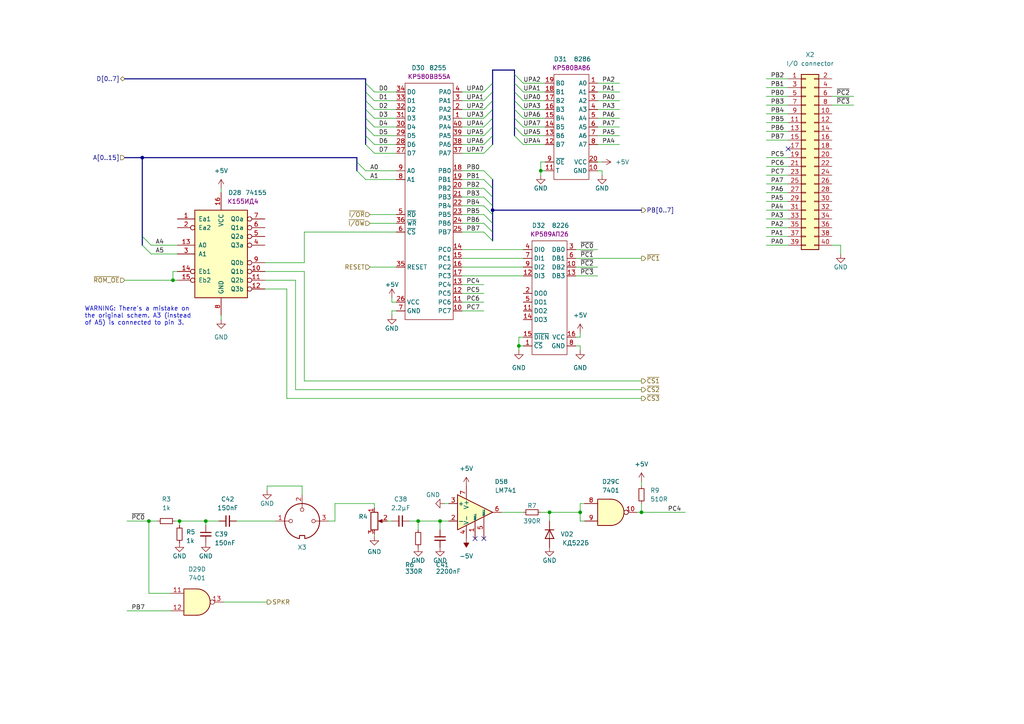
<source format=kicad_sch>
(kicad_sch (version 20211123) (generator eeschema)
  (paper "A4")
  (lib_symbols
    (symbol "74xx:74LS01" (pin_names (offset 1.016))
      (property "Reference" "U" (at 0 1.27 0))
      (property "Value" "74LS01" (at 0 -1.27 0))
      (symbol "74LS01_1_1"
        (arc (start 0 -3.81) (mid 3.81 0) (end 0 3.81) (stroke (width 0.254)) (fill (type background)))
        (polyline (pts (xy 0 3.81) (xy -3.81 3.81) (xy -3.81 -3.81) (xy 0 -3.81)) (stroke (width 0.254)) (fill (type background)))
        (pin open_collector inverted (at 7.62 0 180) (length 3.81) (name "~") (number "1"))
        (pin input line (at -7.62 2.54 0) (length 3.81) (name "~") (number "2"))
        (pin input line (at -7.62 -2.54 0) (length 3.81) (name "~") (number "3"))
      )
      (symbol "74LS01_1_2"
        (arc (start -3.81 -3.81) (mid -2.589 0) (end -3.81 3.81) (stroke (width 0.254)))
        (arc (start -0.6096 -3.81) (mid 2.1842 -2.5851) (end 3.81 0) (stroke (width 0.254)) (fill (type background)))
        (polyline (pts (xy -3.81 -3.81) (xy -0.635 -3.81)) (stroke (width 0.254)) (fill (type background)))
        (polyline (pts (xy -3.81 3.81) (xy -0.635 3.81)) (stroke (width 0.254)) (fill (type background)))
        (polyline (pts (xy -0.635 3.81) (xy -3.81 3.81) (xy -3.81 3.81) (xy -3.556 3.4036) (xy -3.0226 2.2606) (xy -2.6924 1.0414) (xy -2.6162 -0.254) (xy -2.7686 -1.4986) (xy -3.175 -2.7178) (xy -3.81 -3.81) (xy -3.81 -3.81) (xy -0.635 -3.81)) (stroke (width -25.4)) (fill (type background)))
        (arc (start 3.81 0) (mid 2.1915 2.5936) (end -0.6096 3.81) (stroke (width 0.254)) (fill (type background)))
        (pin open_collector line (at 7.62 0 180) (length 3.81) (name "~") (number "1"))
        (pin input inverted (at -7.62 2.54 0) (length 4.318) (name "~") (number "2"))
        (pin input inverted (at -7.62 -2.54 0) (length 4.318) (name "~") (number "3"))
      )
      (symbol "74LS01_2_1"
        (arc (start 0 -3.81) (mid 3.81 0) (end 0 3.81) (stroke (width 0.254)) (fill (type background)))
        (polyline (pts (xy 0 3.81) (xy -3.81 3.81) (xy -3.81 -3.81) (xy 0 -3.81)) (stroke (width 0.254)) (fill (type background)))
        (pin open_collector inverted (at 7.62 0 180) (length 3.81) (name "~") (number "4"))
        (pin input line (at -7.62 2.54 0) (length 3.81) (name "~") (number "5"))
        (pin input line (at -7.62 -2.54 0) (length 3.81) (name "~") (number "6"))
      )
      (symbol "74LS01_2_2"
        (arc (start -3.81 -3.81) (mid -2.589 0) (end -3.81 3.81) (stroke (width 0.254)))
        (arc (start -0.6096 -3.81) (mid 2.1842 -2.5851) (end 3.81 0) (stroke (width 0.254)) (fill (type background)))
        (polyline (pts (xy -3.81 -3.81) (xy -0.635 -3.81)) (stroke (width 0.254)) (fill (type background)))
        (polyline (pts (xy -3.81 3.81) (xy -0.635 3.81)) (stroke (width 0.254)) (fill (type background)))
        (polyline (pts (xy -0.635 3.81) (xy -3.81 3.81) (xy -3.81 3.81) (xy -3.556 3.4036) (xy -3.0226 2.2606) (xy -2.6924 1.0414) (xy -2.6162 -0.254) (xy -2.7686 -1.4986) (xy -3.175 -2.7178) (xy -3.81 -3.81) (xy -3.81 -3.81) (xy -0.635 -3.81)) (stroke (width -25.4)) (fill (type background)))
        (arc (start 3.81 0) (mid 2.1915 2.5936) (end -0.6096 3.81) (stroke (width 0.254)) (fill (type background)))
        (pin open_collector line (at 7.62 0 180) (length 3.81) (name "~") (number "4"))
        (pin input inverted (at -7.62 2.54 0) (length 4.318) (name "~") (number "5"))
        (pin input inverted (at -7.62 -2.54 0) (length 4.318) (name "~") (number "6"))
      )
      (symbol "74LS01_3_1"
        (arc (start 0 -3.81) (mid 3.81 0) (end 0 3.81) (stroke (width 0.254)) (fill (type background)))
        (polyline (pts (xy 0 3.81) (xy -3.81 3.81) (xy -3.81 -3.81) (xy 0 -3.81)) (stroke (width 0.254)) (fill (type background)))
        (pin open_collector inverted (at 7.62 0 180) (length 3.81) (name "~") (number "10"))
        (pin input line (at -7.62 2.54 0) (length 3.81) (name "~") (number "8"))
        (pin input line (at -7.62 -2.54 0) (length 3.81) (name "~") (number "9"))
      )
      (symbol "74LS01_3_2"
        (arc (start -3.81 -3.81) (mid -2.589 0) (end -3.81 3.81) (stroke (width 0.254)))
        (arc (start -0.6096 -3.81) (mid 2.1842 -2.5851) (end 3.81 0) (stroke (width 0.254)) (fill (type background)))
        (polyline (pts (xy -3.81 -3.81) (xy -0.635 -3.81)) (stroke (width 0.254)) (fill (type background)))
        (polyline (pts (xy -3.81 3.81) (xy -0.635 3.81)) (stroke (width 0.254)) (fill (type background)))
        (polyline (pts (xy -0.635 3.81) (xy -3.81 3.81) (xy -3.81 3.81) (xy -3.556 3.4036) (xy -3.0226 2.2606) (xy -2.6924 1.0414) (xy -2.6162 -0.254) (xy -2.7686 -1.4986) (xy -3.175 -2.7178) (xy -3.81 -3.81) (xy -3.81 -3.81) (xy -0.635 -3.81)) (stroke (width -25.4)) (fill (type background)))
        (arc (start 3.81 0) (mid 2.1915 2.5936) (end -0.6096 3.81) (stroke (width 0.254)) (fill (type background)))
        (pin open_collector line (at 7.62 0 180) (length 3.81) (name "~") (number "10"))
        (pin input inverted (at -7.62 2.54 0) (length 4.318) (name "~") (number "8"))
        (pin input inverted (at -7.62 -2.54 0) (length 4.318) (name "~") (number "9"))
      )
      (symbol "74LS01_4_1"
        (arc (start 0 -3.81) (mid 3.81 0) (end 0 3.81) (stroke (width 0.254)) (fill (type background)))
        (polyline (pts (xy 0 3.81) (xy -3.81 3.81) (xy -3.81 -3.81) (xy 0 -3.81)) (stroke (width 0.254)) (fill (type background)))
        (pin input line (at -7.62 2.54 0) (length 3.81) (name "~") (number "11"))
        (pin input line (at -7.62 -2.54 0) (length 3.81) (name "~") (number "12"))
        (pin open_collector inverted (at 7.62 0 180) (length 3.81) (name "~") (number "13"))
      )
      (symbol "74LS01_4_2"
        (arc (start -3.81 -3.81) (mid -2.589 0) (end -3.81 3.81) (stroke (width 0.254)))
        (arc (start -0.6096 -3.81) (mid 2.1842 -2.5851) (end 3.81 0) (stroke (width 0.254)) (fill (type background)))
        (polyline (pts (xy -3.81 -3.81) (xy -0.635 -3.81)) (stroke (width 0.254)) (fill (type background)))
        (polyline (pts (xy -3.81 3.81) (xy -0.635 3.81)) (stroke (width 0.254)) (fill (type background)))
        (polyline (pts (xy -0.635 3.81) (xy -3.81 3.81) (xy -3.81 3.81) (xy -3.556 3.4036) (xy -3.0226 2.2606) (xy -2.6924 1.0414) (xy -2.6162 -0.254) (xy -2.7686 -1.4986) (xy -3.175 -2.7178) (xy -3.81 -3.81) (xy -3.81 -3.81) (xy -0.635 -3.81)) (stroke (width -25.4)) (fill (type background)))
        (arc (start 3.81 0) (mid 2.1915 2.5936) (end -0.6096 3.81) (stroke (width 0.254)) (fill (type background)))
        (pin input inverted (at -7.62 2.54 0) (length 4.318) (name "~") (number "11"))
        (pin input inverted (at -7.62 -2.54 0) (length 4.318) (name "~") (number "12"))
        (pin open_collector line (at 7.62 0 180) (length 3.81) (name "~") (number "13"))
      )
      (symbol "74LS01_5_0"
        (pin power_in line (at 0 12.7 270) (length 5.08) (name "VCC") (number "14"))
        (pin power_in line (at 0 -12.7 90) (length 5.08) (name "GND") (number "7"))
      )
      (symbol "74LS01_5_1"
        (rectangle (start -5.08 7.62) (end 5.08 -7.62) (stroke (width 0.254)) (fill (type background)))
      )
    )
    (symbol "74xx:74LS155" (pin_names (offset 1.016))
      (property "Reference" "U" (at -7.62 13.97 0))
      (property "Value" "74LS155" (at -7.62 -13.97 0))
      (symbol "74LS155_1_0"
        (pin input line (at -12.7 10.16 0) (length 5.08) (name "Ea1") (number "1"))
        (pin output inverted (at 12.7 -5.08 180) (length 5.08) (name "Q1b") (number "10"))
        (pin output inverted (at 12.7 -7.62 180) (length 5.08) (name "Q2b") (number "11"))
        (pin output inverted (at 12.7 -10.16 180) (length 5.08) (name "Q3b") (number "12"))
        (pin input line (at -12.7 2.54 0) (length 5.08) (name "A0") (number "13"))
        (pin input inverted (at -12.7 -5.08 0) (length 5.08) (name "Eb1") (number "14"))
        (pin input inverted (at -12.7 -7.62 0) (length 5.08) (name "Eb2") (number "15"))
        (pin power_in line (at 0 17.78 270) (length 5.08) (name "VCC") (number "16"))
        (pin input inverted (at -12.7 7.62 0) (length 5.08) (name "Ea2") (number "2"))
        (pin input line (at -12.7 0 0) (length 5.08) (name "A1") (number "3"))
        (pin output inverted (at 12.7 2.54 180) (length 5.08) (name "Q3a") (number "4"))
        (pin output inverted (at 12.7 5.08 180) (length 5.08) (name "Q2a") (number "5"))
        (pin output inverted (at 12.7 7.62 180) (length 5.08) (name "Q1a") (number "6"))
        (pin output inverted (at 12.7 10.16 180) (length 5.08) (name "Q0a") (number "7"))
        (pin power_in line (at 0 -17.78 90) (length 5.08) (name "GND") (number "8"))
        (pin output inverted (at 12.7 -2.54 180) (length 5.08) (name "Q0b") (number "9"))
      )
      (symbol "74LS155_1_1"
        (rectangle (start -7.62 12.7) (end 7.62 -12.7) (stroke (width 0.254)) (fill (type background)))
      )
    )
    (symbol "Amplifier_Operational:LM741" (pin_names (offset 0.127))
      (property "Reference" "U" (at 0 6.35 0))
      (property "Value" "LM741" (at 0 3.81 0))
      (symbol "LM741_0_1"
        (polyline (pts (xy -5.08 5.08) (xy 5.08 0) (xy -5.08 -5.08) (xy -5.08 5.08)) (stroke (width 0.254)) (fill (type background)))
      )
      (symbol "LM741_1_1"
        (pin input line (at 0 -7.62 90) (length 5.08) (name "NULL") (number "1"))
        (pin input line (at -7.62 -2.54 0) (length 2.54) (name "-") (number "2"))
        (pin input line (at -7.62 2.54 0) (length 2.54) (name "+") (number "3"))
        (pin power_in line (at -2.54 -7.62 90) (length 3.81) (name "V-") (number "4"))
        (pin input line (at 2.54 -7.62 90) (length 6.35) (name "NULL") (number "5"))
        (pin output line (at 7.62 0 180) (length 2.54) (name "~") (number "6"))
        (pin power_in line (at -2.54 7.62 270) (length 3.81) (name "V+") (number "7"))
        (pin no_connect line (at 0 2.54 270) (length 2.54) hide (name "NC") (number "8"))
      )
    )
    (symbol "Connector:DIN-3" (pin_names (offset 1.016))
      (property "Reference" "J" (at 3.302 6.35 0))
      (property "Value" "DIN-3" (at 0 -6.35 0))
      (symbol "DIN-3_0_1"
        (arc (start -5.08 0) (mid -3.8609 -3.3364) (end -0.762 -5.08) (stroke (width 0.254)))
        (circle (center -3.302 0) (radius 0.508))
        (polyline (pts (xy -3.81 0) (xy -5.08 0)))
        (polyline (pts (xy 0 3.81) (xy 0 5.08)))
        (polyline (pts (xy 5.08 0) (xy 3.81 0)))
        (polyline (pts (xy -0.762 -4.953) (xy -0.762 -4.191) (xy 0.762 -4.191) (xy 0.762 -4.953)) (stroke (width 0.254)))
        (circle (center 0 3.302) (radius 0.508))
        (arc (start 0.762 -5.08) (mid 3.8685 -3.343) (end 5.08 0) (stroke (width 0.254)))
        (circle (center 3.302 0) (radius 0.508))
        (arc (start 5.08 0) (mid 0 5.08) (end -5.08 0) (stroke (width 0.254)))
      )
      (symbol "DIN-3_1_1"
        (pin passive line (at -7.62 0 0) (length 2.54) (name "~") (number "1"))
        (pin passive line (at 0 7.62 270) (length 2.54) (name "~") (number "2"))
        (pin passive line (at 7.62 0 180) (length 2.54) (name "~") (number "3"))
      )
    )
    (symbol "Connector_Generic:Conn_02x20_Odd_Even" (pin_names (offset 1.016) hide)
      (property "Reference" "J" (at 1.27 25.4 0))
      (property "Value" "Conn_02x20_Odd_Even" (at 1.27 -27.94 0))
      (symbol "Conn_02x20_Odd_Even_1_1"
        (rectangle (start -1.27 -25.273) (end 0 -25.527) (stroke (width 0.1524)))
        (rectangle (start -1.27 -22.733) (end 0 -22.987) (stroke (width 0.1524)))
        (rectangle (start -1.27 -20.193) (end 0 -20.447) (stroke (width 0.1524)))
        (rectangle (start -1.27 -17.653) (end 0 -17.907) (stroke (width 0.1524)))
        (rectangle (start -1.27 -15.113) (end 0 -15.367) (stroke (width 0.1524)))
        (rectangle (start -1.27 -12.573) (end 0 -12.827) (stroke (width 0.1524)))
        (rectangle (start -1.27 -10.033) (end 0 -10.287) (stroke (width 0.1524)))
        (rectangle (start -1.27 -7.493) (end 0 -7.747) (stroke (width 0.1524)))
        (rectangle (start -1.27 -4.953) (end 0 -5.207) (stroke (width 0.1524)))
        (rectangle (start -1.27 -2.413) (end 0 -2.667) (stroke (width 0.1524)))
        (rectangle (start -1.27 0.127) (end 0 -0.127) (stroke (width 0.1524)))
        (rectangle (start -1.27 2.667) (end 0 2.413) (stroke (width 0.1524)))
        (rectangle (start -1.27 5.207) (end 0 4.953) (stroke (width 0.1524)))
        (rectangle (start -1.27 7.747) (end 0 7.493) (stroke (width 0.1524)))
        (rectangle (start -1.27 10.287) (end 0 10.033) (stroke (width 0.1524)))
        (rectangle (start -1.27 12.827) (end 0 12.573) (stroke (width 0.1524)))
        (rectangle (start -1.27 15.367) (end 0 15.113) (stroke (width 0.1524)))
        (rectangle (start -1.27 17.907) (end 0 17.653) (stroke (width 0.1524)))
        (rectangle (start -1.27 20.447) (end 0 20.193) (stroke (width 0.1524)))
        (rectangle (start -1.27 22.987) (end 0 22.733) (stroke (width 0.1524)))
        (rectangle (start -1.27 24.13) (end 3.81 -26.67) (stroke (width 0.254)) (fill (type background)))
        (rectangle (start 3.81 -25.273) (end 2.54 -25.527) (stroke (width 0.1524)))
        (rectangle (start 3.81 -22.733) (end 2.54 -22.987) (stroke (width 0.1524)))
        (rectangle (start 3.81 -20.193) (end 2.54 -20.447) (stroke (width 0.1524)))
        (rectangle (start 3.81 -17.653) (end 2.54 -17.907) (stroke (width 0.1524)))
        (rectangle (start 3.81 -15.113) (end 2.54 -15.367) (stroke (width 0.1524)))
        (rectangle (start 3.81 -12.573) (end 2.54 -12.827) (stroke (width 0.1524)))
        (rectangle (start 3.81 -10.033) (end 2.54 -10.287) (stroke (width 0.1524)))
        (rectangle (start 3.81 -7.493) (end 2.54 -7.747) (stroke (width 0.1524)))
        (rectangle (start 3.81 -4.953) (end 2.54 -5.207) (stroke (width 0.1524)))
        (rectangle (start 3.81 -2.413) (end 2.54 -2.667) (stroke (width 0.1524)))
        (rectangle (start 3.81 0.127) (end 2.54 -0.127) (stroke (width 0.1524)))
        (rectangle (start 3.81 2.667) (end 2.54 2.413) (stroke (width 0.1524)))
        (rectangle (start 3.81 5.207) (end 2.54 4.953) (stroke (width 0.1524)))
        (rectangle (start 3.81 7.747) (end 2.54 7.493) (stroke (width 0.1524)))
        (rectangle (start 3.81 10.287) (end 2.54 10.033) (stroke (width 0.1524)))
        (rectangle (start 3.81 12.827) (end 2.54 12.573) (stroke (width 0.1524)))
        (rectangle (start 3.81 15.367) (end 2.54 15.113) (stroke (width 0.1524)))
        (rectangle (start 3.81 17.907) (end 2.54 17.653) (stroke (width 0.1524)))
        (rectangle (start 3.81 20.447) (end 2.54 20.193) (stroke (width 0.1524)))
        (rectangle (start 3.81 22.987) (end 2.54 22.733) (stroke (width 0.1524)))
        (pin passive line (at -5.08 22.86 0) (length 3.81) (name "Pin_1") (number "1"))
        (pin passive line (at 7.62 12.7 180) (length 3.81) (name "Pin_10") (number "10"))
        (pin passive line (at -5.08 10.16 0) (length 3.81) (name "Pin_11") (number "11"))
        (pin passive line (at 7.62 10.16 180) (length 3.81) (name "Pin_12") (number "12"))
        (pin passive line (at -5.08 7.62 0) (length 3.81) (name "Pin_13") (number "13"))
        (pin passive line (at 7.62 7.62 180) (length 3.81) (name "Pin_14") (number "14"))
        (pin passive line (at -5.08 5.08 0) (length 3.81) (name "Pin_15") (number "15"))
        (pin passive line (at 7.62 5.08 180) (length 3.81) (name "Pin_16") (number "16"))
        (pin passive line (at -5.08 2.54 0) (length 3.81) (name "Pin_17") (number "17"))
        (pin passive line (at 7.62 2.54 180) (length 3.81) (name "Pin_18") (number "18"))
        (pin passive line (at -5.08 0 0) (length 3.81) (name "Pin_19") (number "19"))
        (pin passive line (at 7.62 22.86 180) (length 3.81) (name "Pin_2") (number "2"))
        (pin passive line (at 7.62 0 180) (length 3.81) (name "Pin_20") (number "20"))
        (pin passive line (at -5.08 -2.54 0) (length 3.81) (name "Pin_21") (number "21"))
        (pin passive line (at 7.62 -2.54 180) (length 3.81) (name "Pin_22") (number "22"))
        (pin passive line (at -5.08 -5.08 0) (length 3.81) (name "Pin_23") (number "23"))
        (pin passive line (at 7.62 -5.08 180) (length 3.81) (name "Pin_24") (number "24"))
        (pin passive line (at -5.08 -7.62 0) (length 3.81) (name "Pin_25") (number "25"))
        (pin passive line (at 7.62 -7.62 180) (length 3.81) (name "Pin_26") (number "26"))
        (pin passive line (at -5.08 -10.16 0) (length 3.81) (name "Pin_27") (number "27"))
        (pin passive line (at 7.62 -10.16 180) (length 3.81) (name "Pin_28") (number "28"))
        (pin passive line (at -5.08 -12.7 0) (length 3.81) (name "Pin_29") (number "29"))
        (pin passive line (at -5.08 20.32 0) (length 3.81) (name "Pin_3") (number "3"))
        (pin passive line (at 7.62 -12.7 180) (length 3.81) (name "Pin_30") (number "30"))
        (pin passive line (at -5.08 -15.24 0) (length 3.81) (name "Pin_31") (number "31"))
        (pin passive line (at 7.62 -15.24 180) (length 3.81) (name "Pin_32") (number "32"))
        (pin passive line (at -5.08 -17.78 0) (length 3.81) (name "Pin_33") (number "33"))
        (pin passive line (at 7.62 -17.78 180) (length 3.81) (name "Pin_34") (number "34"))
        (pin passive line (at -5.08 -20.32 0) (length 3.81) (name "Pin_35") (number "35"))
        (pin passive line (at 7.62 -20.32 180) (length 3.81) (name "Pin_36") (number "36"))
        (pin passive line (at -5.08 -22.86 0) (length 3.81) (name "Pin_37") (number "37"))
        (pin passive line (at 7.62 -22.86 180) (length 3.81) (name "Pin_38") (number "38"))
        (pin passive line (at -5.08 -25.4 0) (length 3.81) (name "Pin_39") (number "39"))
        (pin passive line (at 7.62 20.32 180) (length 3.81) (name "Pin_4") (number "4"))
        (pin passive line (at 7.62 -25.4 180) (length 3.81) (name "Pin_40") (number "40"))
        (pin passive line (at -5.08 17.78 0) (length 3.81) (name "Pin_5") (number "5"))
        (pin passive line (at 7.62 17.78 180) (length 3.81) (name "Pin_6") (number "6"))
        (pin passive line (at -5.08 15.24 0) (length 3.81) (name "Pin_7") (number "7"))
        (pin passive line (at 7.62 15.24 180) (length 3.81) (name "Pin_8") (number "8"))
        (pin passive line (at -5.08 12.7 0) (length 3.81) (name "Pin_9") (number "9"))
      )
    )
    (symbol "Device:C_Small" (pin_numbers hide) (pin_names (offset 0.254) hide)
      (property "Reference" "C" (at 0.254 1.778 0))
      (property "Value" "C_Small" (at 0.254 -2.032 0))
      (symbol "C_Small_0_1"
        (polyline (pts (xy -1.524 -0.508) (xy 1.524 -0.508)) (stroke (width 0.3302)))
        (polyline (pts (xy -1.524 0.508) (xy 1.524 0.508)) (stroke (width 0.3048)))
      )
      (symbol "C_Small_1_1"
        (pin passive line (at 0 2.54 270) (length 2.032) (name "~") (number "1"))
        (pin passive line (at 0 -2.54 90) (length 2.032) (name "~") (number "2"))
      )
    )
    (symbol "Device:R_Potentiometer" (pin_names (offset 1.016) hide)
      (property "Reference" "RV" (at -4.445 0 90))
      (property "Value" "R_Potentiometer" (at -2.54 0 90))
      (symbol "R_Potentiometer_0_1"
        (polyline (pts (xy 2.54 0) (xy 1.524 0)))
        (polyline (pts (xy 1.143 0) (xy 2.286 0.508) (xy 2.286 -0.508) (xy 1.143 0)) (fill (type outline)))
        (rectangle (start 1.016 2.54) (end -1.016 -2.54) (stroke (width 0.254)))
      )
      (symbol "R_Potentiometer_1_1"
        (pin passive line (at 0 3.81 270) (length 1.27) (name "1") (number "1"))
        (pin passive line (at 3.81 0 180) (length 1.27) (name "2") (number "2"))
        (pin passive line (at 0 -3.81 90) (length 1.27) (name "3") (number "3"))
      )
    )
    (symbol "Device:R_Small" (pin_numbers hide) (pin_names (offset 0.254) hide)
      (property "Reference" "R" (at 0.762 0.508 0))
      (property "Value" "R_Small" (at 0.762 -1.016 0))
      (symbol "R_Small_0_1"
        (rectangle (start -0.762 1.778) (end 0.762 -1.778) (stroke (width 0.2032)))
      )
      (symbol "R_Small_1_1"
        (pin passive line (at 0 2.54 270) (length 0.762) (name "~") (number "1"))
        (pin passive line (at 0 -2.54 90) (length 0.762) (name "~") (number "2"))
      )
    )
    (symbol "Diode:1N4148" (pin_numbers hide) (pin_names (offset 1.016) hide)
      (property "Reference" "D" (at 0 2.54 0))
      (property "Value" "1N4148" (at 0 -2.54 0))
      (symbol "1N4148_0_1"
        (polyline (pts (xy -1.27 1.27) (xy -1.27 -1.27)) (stroke (width 0.254)))
        (polyline (pts (xy 1.27 0) (xy -1.27 0)))
        (polyline (pts (xy 1.27 1.27) (xy 1.27 -1.27) (xy -1.27 0) (xy 1.27 1.27)) (stroke (width 0.254)))
      )
      (symbol "1N4148_1_1"
        (pin passive line (at -3.81 0 0) (length 2.54) (name "K") (number "1"))
        (pin passive line (at 3.81 0 180) (length 2.54) (name "A") (number "2"))
      )
    )
    (symbol "intel8080:8226"
      (property "Reference" "U" (at 5.08 1.27 0))
      (property "Value" "8226" (at 5.08 -34.29 0))
      (symbol "8226_0_1"
        (rectangle (start 0 0) (end 10.16 -33.02))
      )
      (symbol "8226_1_1"
        (pin input line (at -2.54 -30.48 0) (length 2.54) (name "~{CS}") (number "1"))
        (pin bidirectional line (at 12.7 -7.62 180) (length 2.54) (name "DB2") (number "10"))
        (pin tri_state line (at -2.54 -20.32 0) (length 2.54) (name "DO2") (number "11"))
        (pin input line (at -2.54 -10.16 0) (length 2.54) (name "DI3") (number "12"))
        (pin bidirectional line (at 12.7 -10.16 180) (length 2.54) (name "DB3") (number "13"))
        (pin tri_state line (at -2.54 -22.86 0) (length 2.54) (name "DO3") (number "14"))
        (pin input line (at -2.54 -27.94 0) (length 2.54) (name "~{DIEN}") (number "15"))
        (pin power_in line (at 12.7 -27.94 180) (length 2.54) (name "VCC") (number "16"))
        (pin tri_state line (at -2.54 -15.24 0) (length 2.54) (name "DO0") (number "2"))
        (pin bidirectional line (at 12.7 -2.54 180) (length 2.54) (name "DB0") (number "3"))
        (pin input line (at -2.54 -2.54 0) (length 2.54) (name "DI0") (number "4"))
        (pin tri_state line (at -2.54 -17.78 0) (length 2.54) (name "DO1") (number "5"))
        (pin bidirectional line (at 12.7 -5.08 180) (length 2.54) (name "DB1") (number "6"))
        (pin input line (at -2.54 -5.08 0) (length 2.54) (name "DI1") (number "7"))
        (pin power_in line (at 12.7 -30.48 180) (length 2.54) (name "GND") (number "8"))
        (pin input line (at -2.54 -7.62 0) (length 2.54) (name "DI2") (number "9"))
      )
    )
    (symbol "intel8080:8255"
      (property "Reference" "U" (at 6.35 1.27 0))
      (property "Value" "8255" (at 7.62 -69.85 0))
      (symbol "8255_0_1"
        (rectangle (start 0 0) (end 13.97 -68.58))
      )
      (symbol "8255_1_1"
        (pin bidirectional line (at 16.51 -10.16 180) (length 2.54) (name "PA3") (number "1"))
        (pin bidirectional line (at 16.51 -66.04 180) (length 2.54) (name "PC7") (number "10"))
        (pin bidirectional line (at 16.51 -63.5 180) (length 2.54) (name "PC6") (number "11"))
        (pin bidirectional line (at 16.51 -60.96 180) (length 2.54) (name "PC5") (number "12"))
        (pin bidirectional line (at 16.51 -58.42 180) (length 2.54) (name "PC4") (number "13"))
        (pin bidirectional line (at 16.51 -48.26 180) (length 2.54) (name "PC0") (number "14"))
        (pin bidirectional line (at 16.51 -50.8 180) (length 2.54) (name "PC1") (number "15"))
        (pin bidirectional line (at 16.51 -53.34 180) (length 2.54) (name "PC2") (number "16"))
        (pin bidirectional line (at 16.51 -55.88 180) (length 2.54) (name "PC3") (number "17"))
        (pin bidirectional line (at 16.51 -25.4 180) (length 2.54) (name "PB0") (number "18"))
        (pin bidirectional line (at 16.51 -27.94 180) (length 2.54) (name "PB1") (number "19"))
        (pin bidirectional line (at 16.51 -7.62 180) (length 2.54) (name "PA2") (number "2"))
        (pin bidirectional line (at 16.51 -30.48 180) (length 2.54) (name "PB2") (number "20"))
        (pin bidirectional line (at 16.51 -33.02 180) (length 2.54) (name "PB3") (number "21"))
        (pin bidirectional line (at 16.51 -35.56 180) (length 2.54) (name "PB4") (number "22"))
        (pin bidirectional line (at 16.51 -38.1 180) (length 2.54) (name "PB5") (number "23"))
        (pin bidirectional line (at 16.51 -40.64 180) (length 2.54) (name "PB6") (number "24"))
        (pin bidirectional line (at 16.51 -43.18 180) (length 2.54) (name "PB7") (number "25"))
        (pin power_in line (at -2.54 -63.5 0) (length 2.54) (name "VCC") (number "26"))
        (pin bidirectional line (at -2.54 -20.32 0) (length 2.54) (name "D7") (number "27"))
        (pin bidirectional line (at -2.54 -17.78 0) (length 2.54) (name "D6") (number "28"))
        (pin bidirectional line (at -2.54 -15.24 0) (length 2.54) (name "D5") (number "29"))
        (pin bidirectional line (at 16.51 -5.08 180) (length 2.54) (name "PA1") (number "3"))
        (pin bidirectional line (at -2.54 -12.7 0) (length 2.54) (name "D4") (number "30"))
        (pin bidirectional line (at -2.54 -10.16 0) (length 2.54) (name "D3") (number "31"))
        (pin bidirectional line (at -2.54 -7.62 0) (length 2.54) (name "D2") (number "32"))
        (pin bidirectional line (at -2.54 -5.08 0) (length 2.54) (name "D1") (number "33"))
        (pin bidirectional line (at -2.54 -2.54 0) (length 2.54) (name "D0") (number "34"))
        (pin input line (at -2.54 -53.34 0) (length 2.54) (name "RESET") (number "35"))
        (pin input line (at -2.54 -40.64 0) (length 2.54) (name "~{WR}") (number "36"))
        (pin bidirectional line (at 16.51 -20.32 180) (length 2.54) (name "PA7") (number "37"))
        (pin bidirectional line (at 16.51 -17.78 180) (length 2.54) (name "PA6") (number "38"))
        (pin bidirectional line (at 16.51 -15.24 180) (length 2.54) (name "PA5") (number "39"))
        (pin bidirectional line (at 16.51 -2.54 180) (length 2.54) (name "PA0") (number "4"))
        (pin bidirectional line (at 16.51 -12.7 180) (length 2.54) (name "PA4") (number "40"))
        (pin input line (at -2.54 -38.1 0) (length 2.54) (name "~{RD}") (number "5"))
        (pin input line (at -2.54 -43.18 0) (length 2.54) (name "~{CS}") (number "6"))
        (pin power_in line (at -2.54 -66.04 0) (length 2.54) (name "GND") (number "7"))
        (pin input line (at -2.54 -27.94 0) (length 2.54) (name "A1") (number "8"))
        (pin input line (at -2.54 -25.4 0) (length 2.54) (name "A0") (number "9"))
      )
    )
    (symbol "intel8080:8286"
      (property "Reference" "D2" (at 5.08 5.08 0))
      (property "Value" "8286" (at 5.08 2.54 0))
      (symbol "8286_0_1"
        (rectangle (start 0 0) (end 10.16 -30.48))
      )
      (symbol "8286_1_1"
        (pin bidirectional line (at 12.7 -2.54 180) (length 2.54) (name "A0") (number "1"))
        (pin power_in line (at 12.7 -27.94 180) (length 2.54) (name "GND") (number "10"))
        (pin input line (at -2.54 -27.94 0) (length 2.54) (name "T") (number "11"))
        (pin bidirectional line (at -2.54 -20.32 0) (length 2.54) (name "B7") (number "12"))
        (pin bidirectional line (at -2.54 -17.78 0) (length 2.54) (name "B6") (number "13"))
        (pin bidirectional line (at -2.54 -15.24 0) (length 2.54) (name "B5") (number "14"))
        (pin bidirectional line (at -2.54 -12.7 0) (length 2.54) (name "B4") (number "15"))
        (pin bidirectional line (at -2.54 -10.16 0) (length 2.54) (name "B3") (number "16"))
        (pin bidirectional line (at -2.54 -7.62 0) (length 2.54) (name "B2") (number "17"))
        (pin bidirectional line (at -2.54 -5.08 0) (length 2.54) (name "B1") (number "18"))
        (pin bidirectional line (at -2.54 -2.54 0) (length 2.54) (name "B0") (number "19"))
        (pin bidirectional line (at 12.7 -5.08 180) (length 2.54) (name "A1") (number "2"))
        (pin power_in line (at 12.7 -25.4 180) (length 2.54) (name "VCC") (number "20"))
        (pin bidirectional line (at 12.7 -7.62 180) (length 2.54) (name "A2") (number "3"))
        (pin bidirectional line (at 12.7 -10.16 180) (length 2.54) (name "A3") (number "4"))
        (pin bidirectional line (at 12.7 -12.7 180) (length 2.54) (name "A4") (number "5"))
        (pin bidirectional line (at 12.7 -15.24 180) (length 2.54) (name "A5") (number "6"))
        (pin bidirectional line (at 12.7 -17.78 180) (length 2.54) (name "A6") (number "7"))
        (pin bidirectional line (at 12.7 -20.32 180) (length 2.54) (name "A7") (number "8"))
        (pin input line (at -2.54 -25.4 0) (length 2.54) (name "~{OE}") (number "9"))
      )
    )
    (symbol "power:+5V" (power) (pin_names (offset 0))
      (property "Value" "+5V" (at 0 3.556 0))
      (symbol "+5V_0_1"
        (polyline (pts (xy -0.762 1.27) (xy 0 2.54)))
        (polyline (pts (xy 0 0) (xy 0 2.54)))
        (polyline (pts (xy 0 2.54) (xy 0.762 1.27)))
      )
      (symbol "+5V_1_1"
        (pin power_in line (at 0 0 90) (length 0) hide (name "+5V") (number "1"))
      )
    )
    (symbol "power:-5V" (power) (pin_names (offset 0))
      (property "Value" "-5V" (at 0 3.81 0))
      (symbol "-5V_0_0"
        (pin power_in line (at 0 0 90) (length 0) hide (name "-5V") (number "1"))
      )
      (symbol "-5V_0_1"
        (polyline (pts (xy 0 0) (xy 0 1.27) (xy 0.762 1.27) (xy 0 2.54) (xy -0.762 1.27) (xy 0 1.27)) (fill (type outline)))
      )
    )
    (symbol "power:GND" (power) (pin_names (offset 0))
      (property "Value" "GND" (at 0 -3.81 0))
      (symbol "GND_0_1"
        (polyline (pts (xy 0 0) (xy 0 -1.27) (xy 1.27 -1.27) (xy 0 -2.54) (xy -1.27 -1.27) (xy 0 -1.27)))
      )
      (symbol "GND_1_1"
        (pin power_in line (at 0 0 270) (length 0) hide (name "GND") (number "1"))
      )
    )
  )
  (junction (at 186.055 148.59))
  (junction (at 52.07 151.13))
  (junction (at 121.285 151.13))
  (junction (at 41.275 45.72))
  (junction (at 127.635 151.13))
  (junction (at 156.845 49.53))
  (junction (at 43.18 151.13))
  (junction (at 50.165 81.28))
  (junction (at 168.275 148.59))
  (junction (at 159.385 148.59))
  (junction (at 142.875 60.96))
  (junction (at 150.495 100.33))
  (junction (at 59.69 151.13))
  (no_connect (at 228.6 43.18))
  (no_connect (at 140.335 156.21))
  (no_connect (at 137.795 156.21))
  (bus_entry (at 140.335 67.31) (size 2.54 2.54))
  (bus_entry (at 41.275 68.58) (size 2.54 2.54))
  (bus_entry (at 41.275 71.12) (size 2.54 2.54))
  (bus_entry (at 140.335 39.37) (size 2.54 -2.54))
  (bus_entry (at 106.045 36.83) (size 2.54 2.54))
  (bus_entry (at 149.225 31.75) (size 2.54 2.54))
  (bus_entry (at 103.505 46.99) (size 2.54 2.54))
  (bus_entry (at 149.225 36.83) (size 2.54 2.54))
  (bus_entry (at 140.335 52.07) (size 2.54 2.54))
  (bus_entry (at 140.335 36.83) (size 2.54 -2.54))
  (bus_entry (at 103.505 49.53) (size 2.54 2.54))
  (bus_entry (at 106.045 26.67) (size 2.54 2.54))
  (bus_entry (at 106.045 39.37) (size 2.54 2.54))
  (bus_entry (at 149.225 34.29) (size 2.54 2.54))
  (bus_entry (at 140.335 44.45) (size 2.54 -2.54))
  (bus_entry (at 106.045 31.75) (size 2.54 2.54))
  (bus_entry (at 140.335 29.21) (size 2.54 -2.54))
  (bus_entry (at 149.225 24.13) (size 2.54 2.54))
  (bus_entry (at 149.225 29.21) (size 2.54 2.54))
  (bus_entry (at 106.045 29.21) (size 2.54 2.54))
  (bus_entry (at 106.045 41.91) (size 2.54 2.54))
  (bus_entry (at 140.335 41.91) (size 2.54 -2.54))
  (bus_entry (at 140.335 34.29) (size 2.54 -2.54))
  (bus_entry (at 140.335 49.53) (size 2.54 2.54))
  (bus_entry (at 149.225 21.59) (size 2.54 2.54))
  (bus_entry (at 140.335 54.61) (size 2.54 2.54))
  (bus_entry (at 140.335 64.77) (size 2.54 2.54))
  (bus_entry (at 140.335 31.75) (size 2.54 -2.54))
  (bus_entry (at 140.335 62.23) (size 2.54 2.54))
  (bus_entry (at 106.045 24.13) (size 2.54 2.54))
  (bus_entry (at 149.225 26.67) (size 2.54 2.54))
  (bus_entry (at 140.335 59.69) (size 2.54 2.54))
  (bus_entry (at 140.335 57.15) (size 2.54 2.54))
  (bus_entry (at 106.045 34.29) (size 2.54 2.54))
  (bus_entry (at 140.335 26.67) (size 2.54 -2.54))
  (bus_entry (at 149.225 39.37) (size 2.54 2.54))
  (wire (pts (xy 222.25 58.42) (xy 228.6 58.42)))
  (wire (pts (xy 174.625 49.53) (xy 174.625 50.8)))
  (wire (pts (xy 77.47 140.97) (xy 77.47 142.24)))
  (wire (pts (xy 222.25 60.96) (xy 228.6 60.96)))
  (wire (pts (xy 108.585 154.94) (xy 108.585 155.575)))
  (wire (pts (xy 113.665 87.63) (xy 113.665 86.36)))
  (wire (pts (xy 108.585 39.37) (xy 114.935 39.37)))
  (wire (pts (xy 36.83 151.13) (xy 43.18 151.13)))
  (wire (pts (xy 83.185 83.82) (xy 83.185 115.57)))
  (wire (pts (xy 222.25 30.48) (xy 228.6 30.48)))
  (wire (pts (xy 133.985 31.75) (xy 140.335 31.75)))
  (wire (pts (xy 133.985 29.21) (xy 140.335 29.21)))
  (wire (pts (xy 76.835 76.2) (xy 88.265 76.2)))
  (bus (pts (xy 103.505 46.99) (xy 103.505 45.72)))
  (wire (pts (xy 133.985 26.67) (xy 140.335 26.67)))
  (wire (pts (xy 173.355 39.37) (xy 179.705 39.37)))
  (wire (pts (xy 108.585 26.67) (xy 114.935 26.67)))
  (wire (pts (xy 43.18 151.13) (xy 45.72 151.13)))
  (wire (pts (xy 88.265 76.2) (xy 88.265 67.31)))
  (bus (pts (xy 142.875 52.07) (xy 142.875 54.61)))
  (wire (pts (xy 107.315 64.77) (xy 114.935 64.77)))
  (bus (pts (xy 106.045 36.83) (xy 106.045 34.29)))
  (wire (pts (xy 112.395 151.13) (xy 113.665 151.13)))
  (wire (pts (xy 133.985 77.47) (xy 151.765 77.47)))
  (wire (pts (xy 156.845 148.59) (xy 159.385 148.59)))
  (wire (pts (xy 50.165 81.28) (xy 50.165 78.74)))
  (wire (pts (xy 59.69 151.13) (xy 59.69 152.4)))
  (wire (pts (xy 173.355 24.13) (xy 179.705 24.13)))
  (wire (pts (xy 133.985 52.07) (xy 140.335 52.07)))
  (wire (pts (xy 168.275 148.59) (xy 168.275 151.13)))
  (bus (pts (xy 142.875 67.31) (xy 142.875 69.85)))
  (wire (pts (xy 107.315 62.23) (xy 114.935 62.23)))
  (bus (pts (xy 142.875 64.77) (xy 142.875 67.31)))
  (wire (pts (xy 222.25 25.4) (xy 228.6 25.4)))
  (wire (pts (xy 85.725 81.28) (xy 85.725 113.03)))
  (wire (pts (xy 80.01 151.13) (xy 68.58 151.13)))
  (wire (pts (xy 156.845 46.99) (xy 158.115 46.99)))
  (wire (pts (xy 133.985 80.01) (xy 151.765 80.01)))
  (wire (pts (xy 222.25 63.5) (xy 228.6 63.5)))
  (wire (pts (xy 173.355 26.67) (xy 179.705 26.67)))
  (wire (pts (xy 133.985 44.45) (xy 140.335 44.45)))
  (wire (pts (xy 49.53 172.085) (xy 43.18 172.085)))
  (wire (pts (xy 127.635 151.13) (xy 130.175 151.13)))
  (wire (pts (xy 222.25 55.88) (xy 228.6 55.88)))
  (bus (pts (xy 142.875 24.13) (xy 142.875 20.32)))
  (wire (pts (xy 173.355 31.75) (xy 179.705 31.75)))
  (wire (pts (xy 36.195 81.28) (xy 50.165 81.28)))
  (wire (pts (xy 108.585 41.91) (xy 114.935 41.91)))
  (wire (pts (xy 222.25 50.8) (xy 228.6 50.8)))
  (wire (pts (xy 64.135 91.44) (xy 64.135 92.71)))
  (wire (pts (xy 173.355 46.99) (xy 174.625 46.99)))
  (wire (pts (xy 43.815 71.12) (xy 51.435 71.12)))
  (bus (pts (xy 149.225 24.13) (xy 149.225 26.67)))
  (wire (pts (xy 108.585 34.29) (xy 114.935 34.29)))
  (wire (pts (xy 222.25 27.94) (xy 228.6 27.94)))
  (bus (pts (xy 149.225 20.32) (xy 149.225 21.59)))
  (wire (pts (xy 241.3 27.94) (xy 247.65 27.94)))
  (wire (pts (xy 133.985 74.93) (xy 151.765 74.93)))
  (wire (pts (xy 88.265 78.74) (xy 88.265 110.49)))
  (bus (pts (xy 106.045 34.29) (xy 106.045 31.75)))
  (wire (pts (xy 87.63 140.97) (xy 77.47 140.97)))
  (wire (pts (xy 173.355 41.91) (xy 179.705 41.91)))
  (wire (pts (xy 114.935 90.17) (xy 113.665 90.17)))
  (wire (pts (xy 150.495 100.33) (xy 151.765 100.33)))
  (wire (pts (xy 127.635 153.67) (xy 127.635 151.13)))
  (wire (pts (xy 64.135 54.61) (xy 64.135 55.88)))
  (bus (pts (xy 106.045 29.21) (xy 106.045 26.67)))
  (wire (pts (xy 108.585 36.83) (xy 114.935 36.83)))
  (wire (pts (xy 133.985 64.77) (xy 140.335 64.77)))
  (wire (pts (xy 184.785 148.59) (xy 186.055 148.59)))
  (wire (pts (xy 108.585 146.05) (xy 108.585 147.32)))
  (wire (pts (xy 222.25 48.26) (xy 228.6 48.26)))
  (wire (pts (xy 85.725 113.03) (xy 186.055 113.03)))
  (wire (pts (xy 59.69 151.13) (xy 63.5 151.13)))
  (wire (pts (xy 243.84 71.12) (xy 241.3 71.12)))
  (bus (pts (xy 142.875 59.69) (xy 142.875 60.96)))
  (wire (pts (xy 151.765 24.13) (xy 158.115 24.13)))
  (wire (pts (xy 133.985 36.83) (xy 140.335 36.83)))
  (wire (pts (xy 173.355 34.29) (xy 179.705 34.29)))
  (wire (pts (xy 222.25 35.56) (xy 228.6 35.56)))
  (bus (pts (xy 41.275 45.72) (xy 41.275 68.58)))
  (wire (pts (xy 222.25 68.58) (xy 228.6 68.58)))
  (wire (pts (xy 114.935 87.63) (xy 113.665 87.63)))
  (wire (pts (xy 169.545 146.05) (xy 168.275 146.05)))
  (wire (pts (xy 107.315 77.47) (xy 114.935 77.47)))
  (wire (pts (xy 76.835 78.74) (xy 88.265 78.74)))
  (wire (pts (xy 108.585 44.45) (xy 114.935 44.45)))
  (bus (pts (xy 103.505 45.72) (xy 41.275 45.72)))
  (wire (pts (xy 76.835 81.28) (xy 85.725 81.28)))
  (wire (pts (xy 156.845 49.53) (xy 156.845 46.99)))
  (bus (pts (xy 142.875 54.61) (xy 142.875 57.15)))
  (bus (pts (xy 36.195 22.86) (xy 106.045 22.86)))
  (wire (pts (xy 95.25 151.13) (xy 97.155 151.13)))
  (wire (pts (xy 173.355 49.53) (xy 174.625 49.53)))
  (bus (pts (xy 149.225 34.29) (xy 149.225 36.83)))
  (wire (pts (xy 159.385 148.59) (xy 159.385 151.13)))
  (wire (pts (xy 50.8 151.13) (xy 52.07 151.13)))
  (wire (pts (xy 222.25 45.72) (xy 228.6 45.72)))
  (wire (pts (xy 158.115 49.53) (xy 156.845 49.53)))
  (wire (pts (xy 150.495 97.79) (xy 151.765 97.79)))
  (wire (pts (xy 151.765 31.75) (xy 158.115 31.75)))
  (wire (pts (xy 121.285 151.13) (xy 127.635 151.13)))
  (bus (pts (xy 142.875 20.32) (xy 149.225 20.32)))
  (bus (pts (xy 103.505 49.53) (xy 103.505 46.99)))
  (bus (pts (xy 149.225 29.21) (xy 149.225 31.75)))
  (wire (pts (xy 88.265 67.31) (xy 114.935 67.31)))
  (wire (pts (xy 43.815 73.66) (xy 51.435 73.66)))
  (wire (pts (xy 167.005 100.33) (xy 168.275 100.33)))
  (wire (pts (xy 51.435 81.28) (xy 50.165 81.28)))
  (wire (pts (xy 133.985 41.91) (xy 140.335 41.91)))
  (bus (pts (xy 142.875 26.67) (xy 142.875 24.13)))
  (wire (pts (xy 150.495 100.33) (xy 150.495 97.79)))
  (wire (pts (xy 167.005 80.01) (xy 173.355 80.01)))
  (wire (pts (xy 222.25 38.1) (xy 228.6 38.1)))
  (wire (pts (xy 52.07 151.13) (xy 59.69 151.13)))
  (wire (pts (xy 186.055 146.05) (xy 186.055 148.59)))
  (wire (pts (xy 133.985 59.69) (xy 140.335 59.69)))
  (wire (pts (xy 121.285 151.13) (xy 121.285 153.67)))
  (wire (pts (xy 151.765 29.21) (xy 158.115 29.21)))
  (bus (pts (xy 36.195 45.72) (xy 41.275 45.72)))
  (bus (pts (xy 142.875 39.37) (xy 142.875 36.83)))
  (wire (pts (xy 133.985 54.61) (xy 140.335 54.61)))
  (wire (pts (xy 167.005 97.79) (xy 168.275 97.79)))
  (wire (pts (xy 83.185 115.57) (xy 186.055 115.57)))
  (wire (pts (xy 43.18 172.085) (xy 43.18 151.13)))
  (wire (pts (xy 156.845 49.53) (xy 156.845 50.8)))
  (bus (pts (xy 149.225 36.83) (xy 149.225 39.37)))
  (wire (pts (xy 168.275 100.33) (xy 168.275 101.6)))
  (wire (pts (xy 150.495 101.6) (xy 150.495 100.33)))
  (wire (pts (xy 88.265 110.49) (xy 186.055 110.49)))
  (wire (pts (xy 133.985 39.37) (xy 140.335 39.37)))
  (wire (pts (xy 113.665 90.17) (xy 113.665 91.44)))
  (wire (pts (xy 76.835 83.82) (xy 83.185 83.82)))
  (wire (pts (xy 87.63 143.51) (xy 87.63 140.97)))
  (wire (pts (xy 222.25 33.02) (xy 228.6 33.02)))
  (wire (pts (xy 108.585 31.75) (xy 114.935 31.75)))
  (wire (pts (xy 133.985 72.39) (xy 151.765 72.39)))
  (bus (pts (xy 142.875 29.21) (xy 142.875 26.67)))
  (wire (pts (xy 173.355 29.21) (xy 179.705 29.21)))
  (wire (pts (xy 167.005 74.93) (xy 186.055 74.93)))
  (bus (pts (xy 106.045 24.13) (xy 106.045 22.86)))
  (wire (pts (xy 186.055 139.7) (xy 186.055 140.97)))
  (wire (pts (xy 222.25 53.34) (xy 228.6 53.34)))
  (wire (pts (xy 133.985 90.17) (xy 140.335 90.17)))
  (wire (pts (xy 222.25 71.12) (xy 228.6 71.12)))
  (wire (pts (xy 133.985 34.29) (xy 140.335 34.29)))
  (wire (pts (xy 36.83 177.165) (xy 49.53 177.165)))
  (wire (pts (xy 222.25 66.04) (xy 228.6 66.04)))
  (wire (pts (xy 133.985 67.31) (xy 140.335 67.31)))
  (wire (pts (xy 186.055 148.59) (xy 198.755 148.59)))
  (wire (pts (xy 133.985 82.55) (xy 140.335 82.55)))
  (wire (pts (xy 151.765 34.29) (xy 158.115 34.29)))
  (wire (pts (xy 243.84 73.66) (xy 243.84 71.12)))
  (wire (pts (xy 168.275 146.05) (xy 168.275 148.59)))
  (wire (pts (xy 151.765 39.37) (xy 158.115 39.37)))
  (bus (pts (xy 142.875 60.96) (xy 186.055 60.96)))
  (wire (pts (xy 106.045 49.53) (xy 114.935 49.53)))
  (wire (pts (xy 173.355 36.83) (xy 179.705 36.83)))
  (wire (pts (xy 168.275 97.79) (xy 168.275 96.52)))
  (bus (pts (xy 149.225 26.67) (xy 149.225 29.21)))
  (wire (pts (xy 222.25 40.64) (xy 228.6 40.64)))
  (bus (pts (xy 41.275 68.58) (xy 41.275 71.12)))
  (wire (pts (xy 133.985 49.53) (xy 140.335 49.53)))
  (wire (pts (xy 168.275 151.13) (xy 169.545 151.13)))
  (wire (pts (xy 64.77 174.625) (xy 77.47 174.625)))
  (wire (pts (xy 128.905 146.05) (xy 130.175 146.05)))
  (wire (pts (xy 222.25 22.86) (xy 228.6 22.86)))
  (bus (pts (xy 142.875 62.23) (xy 142.875 64.77)))
  (wire (pts (xy 133.985 85.09) (xy 140.335 85.09)))
  (wire (pts (xy 151.765 41.91) (xy 158.115 41.91)))
  (bus (pts (xy 142.875 41.91) (xy 142.875 39.37)))
  (wire (pts (xy 241.3 30.48) (xy 247.65 30.48)))
  (wire (pts (xy 167.005 77.47) (xy 173.355 77.47)))
  (wire (pts (xy 159.385 148.59) (xy 168.275 148.59)))
  (wire (pts (xy 106.045 52.07) (xy 114.935 52.07)))
  (bus (pts (xy 142.875 36.83) (xy 142.875 34.29)))
  (bus (pts (xy 142.875 31.75) (xy 142.875 29.21)))
  (wire (pts (xy 97.155 146.05) (xy 108.585 146.05)))
  (wire (pts (xy 50.165 78.74) (xy 51.435 78.74)))
  (bus (pts (xy 142.875 34.29) (xy 142.875 31.75)))
  (bus (pts (xy 142.875 60.96) (xy 142.875 62.23)))
  (bus (pts (xy 149.225 21.59) (xy 149.225 24.13)))
  (wire (pts (xy 52.07 151.13) (xy 52.07 152.4)))
  (bus (pts (xy 142.875 57.15) (xy 142.875 59.69)))
  (bus (pts (xy 106.045 26.67) (xy 106.045 24.13)))
  (wire (pts (xy 145.415 148.59) (xy 151.765 148.59)))
  (bus (pts (xy 106.045 41.91) (xy 106.045 39.37)))
  (wire (pts (xy 167.005 72.39) (xy 173.355 72.39)))
  (wire (pts (xy 133.985 87.63) (xy 140.335 87.63)))
  (bus (pts (xy 106.045 31.75) (xy 106.045 29.21)))
  (wire (pts (xy 118.745 151.13) (xy 121.285 151.13)))
  (wire (pts (xy 151.765 36.83) (xy 158.115 36.83)))
  (wire (pts (xy 97.155 151.13) (xy 97.155 146.05)))
  (wire (pts (xy 108.585 29.21) (xy 114.935 29.21)))
  (wire (pts (xy 151.765 26.67) (xy 158.115 26.67)))
  (wire (pts (xy 133.985 57.15) (xy 140.335 57.15)))
  (bus (pts (xy 106.045 39.37) (xy 106.045 36.83)))
  (wire (pts (xy 133.985 62.23) (xy 140.335 62.23)))
  (bus (pts (xy 149.225 31.75) (xy 149.225 34.29)))
  (text "WARNING: There's a mistake on \nthe original schem. A3 (instead \nof A5) is connected to pin 3." (at 24.511 94.488 0) (effects (font (size 1.27 1.27)) (justify left bottom)))
  (label "UPA6" (at 151.765 34.29 0))
  (label "~{PC3}" (at 168.275 80.01 0))
  (label "D2" (at 109.855 31.75 0))
  (label "PA2" (at 174.625 24.13 0))
  (label "D1" (at 109.855 29.21 0))
  (label "A4" (at 45.085 71.12 0))
  (label "PB2" (at 135.255 54.61 0))
  (label "A0" (at 107.315 49.53 0))
  (label "~{PC2}" (at 168.275 77.47 0))
  (label "PC6" (at 135.255 87.63 0))
  (label "PC7" (at 223.52 50.8 0))
  (label "D6" (at 109.855 41.91 0))
  (label "PA7" (at 223.52 53.34 0))
  (label "UPA6" (at 135.255 41.91 0))
  (label "PC4" (at 193.675 148.59 0))
  (label "PA5" (at 174.625 39.37 0))
  (label "D7" (at 109.855 44.45 0))
  (label "A5" (at 45.085 73.66 0))
  (label "PC6" (at 223.52 48.26 0))
  (label "UPA4" (at 151.765 41.91 0))
  (label "A1" (at 107.315 52.07 0))
  (label "~{PC3}" (at 242.57 30.48 0))
  (label "PA2" (at 223.52 66.04 0))
  (label "UPA7" (at 151.765 36.83 0))
  (label "PA6" (at 223.52 55.88 0))
  (label "PB6" (at 135.255 64.77 0))
  (label "UPA2" (at 135.255 31.75 0))
  (label "PB7" (at 135.255 67.31 0))
  (label "PC5" (at 223.52 45.72 0))
  (label "UPA5" (at 135.255 39.37 0))
  (label "D5" (at 109.855 39.37 0))
  (label "PB7" (at 223.52 40.64 0))
  (label "~{PC1}" (at 168.275 74.93 0))
  (label "PB5" (at 135.255 62.23 0))
  (label "UPA0" (at 151.765 29.21 0))
  (label "UPA1" (at 135.255 29.21 0))
  (label "PA4" (at 174.625 41.91 0))
  (label "PB4" (at 135.255 59.69 0))
  (label "UPA3" (at 135.255 34.29 0))
  (label "UPA0" (at 135.255 26.67 0))
  (label "UPA2" (at 151.765 24.13 0))
  (label "D4" (at 109.855 36.83 0))
  (label "UPA3" (at 151.765 31.75 0))
  (label "~{PC0}" (at 168.275 72.39 0))
  (label "PA3" (at 174.625 31.75 0))
  (label "PA4" (at 223.52 60.96 0))
  (label "PC5" (at 135.255 85.09 0))
  (label "PB2" (at 223.52 22.86 0))
  (label "PC4" (at 135.255 82.55 0))
  (label "D3" (at 109.855 34.29 0))
  (label "PA5" (at 223.52 58.42 0))
  (label "D0" (at 109.855 26.67 0))
  (label "PA1" (at 223.52 68.58 0))
  (label "PB3" (at 223.52 30.48 0))
  (label "PB1" (at 135.255 52.07 0))
  (label "PA3" (at 223.52 63.5 0))
  (label "PB0" (at 135.255 49.53 0))
  (label "PB4" (at 223.52 33.02 0))
  (label "UPA4" (at 135.255 36.83 0))
  (label "UPA5" (at 151.765 39.37 0))
  (label "PA6" (at 174.625 34.29 0))
  (label "UPA1" (at 151.765 26.67 0))
  (label "PC7" (at 135.255 90.17 0))
  (label "PA0" (at 223.52 71.12 0))
  (label "PA0" (at 174.625 29.21 0))
  (label "PA7" (at 174.625 36.83 0))
  (label "PB0" (at 223.52 27.94 0))
  (label "PA1" (at 174.625 26.67 0))
  (label "~{PC2}" (at 242.57 27.94 0))
  (label "PB5" (at 223.52 35.56 0))
  (label "PB3" (at 135.255 57.15 0))
  (label "~{PC0}" (at 38.1 151.13 0))
  (label "PB6" (at 223.52 38.1 0))
  (label "UPA7" (at 135.255 44.45 0))
  (label "PB1" (at 223.52 25.4 0))
  (label "PB7" (at 38.1 177.165 0))
  (hierarchical_label "~{I{slash}OR}" (shape input) (at 107.315 62.23 180))
  (hierarchical_label "D[0..7]" (shape bidirectional) (at 36.195 22.86 180))
  (hierarchical_label "A[0..15]" (shape input) (at 36.195 45.72 180))
  (hierarchical_label "RESET" (shape input) (at 107.315 77.47 180))
  (hierarchical_label "PB[0..7]" (shape output) (at 186.055 60.96 0))
  (hierarchical_label "~{I{slash}OW}" (shape input) (at 107.315 64.77 180))
  (hierarchical_label "~{CS2}" (shape output) (at 186.055 113.03 0))
  (hierarchical_label "~{CS1}" (shape output) (at 186.055 110.49 0))
  (hierarchical_label "SPKR" (shape output) (at 77.47 174.625 0))
  (hierarchical_label "~{CS3}" (shape output) (at 186.055 115.57 0))
  (hierarchical_label "~{ROM_OE}" (shape input) (at 36.195 81.28 180))
  (hierarchical_label "~{PC1}" (shape output) (at 186.055 74.93 0))
  (symbol (lib_id "power:GND") (at 128.905 146.05 270) (unit 1)
    (property "Reference" "#PWR?" (effects hide))
    (property "Value" "~" (at 127.635 143.51 90) (effects (justify right)))
  )
  (symbol (lib_id "Connector:DIN-3") (at 87.63 151.13 0) (unit 1)
    (property "Reference" "X3" (at 87.6301 158.75 0))
    (property "Datasheet" "http://www.mouser.com/ds/2/18/40_c091_abd_e-75918.pdf" (effects hide))
  )
  (symbol (lib_id "power:+5V") (at 113.665 86.36 0) (unit 1)
    (property "Reference" "#PWR?" (effects hide))
    (property "Value" "+5V" (at 113.665 82.55 0))
  )
  (symbol (lib_id "Device:C_Small") (at 59.69 154.94 0) (unit 1)
    (property "Reference" "C39" (at 62.23 154.94 0) (effects (justify left)))
    (property "Value" "150nF" (at 62.23 157.48 0) (effects (justify left)))
  )
  (symbol (lib_id "power:+5V") (at 135.255 140.97 0) (unit 1)
    (property "Reference" "#PWR?" (effects hide))
    (property "Value" "+5V" (at 135.255 135.89 0))
  )
  (symbol (lib_id "intel8080:8226") (at 154.305 69.85 0) (unit 1)
    (property "Reference" "D32" (at 156.21 65.405 0))
    (property "Value" "8226" (at 162.56 65.405 0))
    (property "CCCP" "КР589АП26" (at 159.385 67.945 0))
  )
  (symbol (lib_id "74xx:74LS01") (at 177.165 148.59 0) (unit 3)
    (property "Reference" "D29" (at 177.165 139.7 0))
    (property "Value" "7401" (at 177.165 142.24 0))
    (property "Datasheet" "http://www.nteinc.com/specs/7400to7499/pdf/nte74LS01.pdf" (effects hide))
    (property "CCCP" "К155ЛА8" (effects hide))
  )
  (symbol (lib_id "Amplifier_Operational:LM741") (at 137.795 148.59 0) (unit 1)
    (property "Reference" "D58" (at 145.415 139.7 0))
    (property "Value" "LM741" (at 146.685 142.24 0))
    (property "Datasheet" "http://www.ti.com/lit/ds/symlink/lm741.pdf" (effects hide))
    (property "CCCP" "УД708" (effects hide))
  )
  (symbol (lib_id "power:GND") (at 64.135 92.71 0) (unit 1)
    (property "Reference" "#PWR?" (effects hide))
    (property "Value" "GND" (at 64.135 97.79 0))
  )
  (symbol (lib_id "Device:C_Small") (at 127.635 156.21 0) (unit 1)
    (property "Reference" "C41" (at 126.365 163.83 0) (effects (justify left)))
    (property "Value" "2200nF" (at 126.365 165.735 0) (effects (justify left)))
  )
  (symbol (lib_id "Device:R_Small") (at 154.305 148.59 90) (unit 1)
    (property "Reference" "R7" (at 154.305 146.685 90))
    (property "Value" "390R" (at 154.305 151.13 90))
  )
  (symbol (lib_id "Device:R_Small") (at 48.26 151.13 90) (unit 1)
    (property "Reference" "R3" (at 48.26 144.78 90))
    (property "Value" "1k" (at 48.26 147.32 90))
  )
  (symbol (lib_id "power:GND") (at 159.385 158.75 0) (unit 1)
    (property "Reference" "#PWR?" (effects hide))
    (property "Value" "~" (at 159.385 162.56 0))
  )
  (symbol (lib_id "Device:C_Small") (at 116.205 151.13 90) (unit 1)
    (property "Reference" "C38" (at 116.2113 144.78 90))
    (property "Value" "2.2μF" (at 116.2113 147.32 90))
  )
  (symbol (lib_id "power:+5V") (at 174.625 46.99 270) (unit 1)
    (property "Reference" "#PWR?" (effects hide))
    (property "Value" "+5V" (at 178.435 46.9899 90) (effects (justify left)))
  )
  (symbol (lib_id "74xx:74LS01") (at 57.15 174.625 0) (unit 4)
    (property "Reference" "D29" (at 57.15 165.1 0))
    (property "Value" "7401" (at 57.15 167.64 0))
    (property "Datasheet" "http://www.nteinc.com/specs/7400to7499/pdf/nte74LS01.pdf" (effects hide))
    (property "CCCP" "К155ЛА8" (effects hide))
  )
  (symbol (lib_id "Device:R_Small") (at 52.07 154.94 0) (unit 1)
    (property "Reference" "R5" (at 53.975 154.305 0) (effects (justify left)))
    (property "Value" "1k" (at 53.975 156.845 0) (effects (justify left)))
  )
  (symbol (lib_id "power:GND") (at 150.495 101.6 0) (unit 1)
    (property "Reference" "#PWR?" (effects hide))
    (property "Value" "GND" (at 150.495 106.68 0))
  )
  (symbol (lib_id "power:+5V") (at 168.275 96.52 0) (unit 1)
    (property "Reference" "#PWR?" (effects hide))
    (property "Value" "+5V" (at 168.275 91.44 0))
  )
  (symbol (lib_id "Device:R_Small") (at 186.055 143.51 0) (unit 1)
    (property "Reference" "R9" (at 188.595 142.2399 0) (effects (justify left)))
    (property "Value" "510R" (at 188.595 144.7799 0) (effects (justify left)))
  )
  (symbol (lib_id "power:-5V") (at 135.255 156.21 180) (unit 1)
    (property "Reference" "#PWR?" (effects hide))
    (property "Value" "-5V" (at 135.255 161.29 0))
  )
  (symbol (lib_id "power:GND") (at 127.635 158.75 0) (unit 1)
    (property "Reference" "#PWR?" (effects hide))
    (property "Value" "~" (at 127.635 162.56 0))
  )
  (symbol (lib_id "power:GND") (at 113.665 91.44 0) (unit 1)
    (property "Reference" "#PWR?" (effects hide))
    (property "Value" "GND" (at 113.665 95.25 0))
  )
  (symbol (lib_id "Device:C_Small") (at 66.04 151.13 90) (unit 1)
    (property "Reference" "C42" (at 66.0463 144.78 90))
    (property "Value" "150nF" (at 66.0463 147.32 90))
  )
  (symbol (lib_id "power:GND") (at 59.69 157.48 0) (unit 1)
    (property "Reference" "#PWR?" (effects hide))
    (property "Value" "~" (at 59.69 161.29 0))
  )
  (symbol (lib_id "power:+5V") (at 64.135 54.61 0) (unit 1)
    (property "Reference" "#PWR?" (effects hide))
    (property "Value" "+5V" (at 64.135 49.53 0))
  )
  (symbol (lib_id "power:GND") (at 121.285 158.75 0) (unit 1)
    (property "Reference" "#PWR?" (effects hide))
    (property "Value" "~" (at 121.285 162.56 0))
  )
  (symbol (lib_id "power:+5V") (at 186.055 139.7 0) (unit 1)
    (property "Reference" "#PWR?" (effects hide))
    (property "Value" "+5V" (at 186.055 134.62 0))
  )
  (symbol (lib_id "intel8080:8286") (at 160.655 21.59 0) (unit 1)
    (property "Reference" "D31" (at 162.56 17.145 0))
    (property "Value" "8286" (at 168.91 17.145 0))
    (property "CCCP" "КР580ВА86" (at 165.735 19.685 0))
  )
  (symbol (lib_id "power:GND") (at 108.585 155.575 0) (unit 1)
    (property "Reference" "#PWR?" (effects hide))
  )
  (symbol (lib_id "power:GND") (at 52.07 157.48 0) (unit 1)
    (property "Reference" "#PWR?" (effects hide))
    (property "Value" "~" (at 52.07 161.29 0))
  )
  (symbol (lib_id "power:GND") (at 77.47 142.24 0) (unit 1)
    (property "Reference" "#PWR?" (effects hide))
    (property "Value" "~" (at 77.47 146.05 0))
  )
  (symbol (lib_id "power:GND") (at 174.625 50.8 0) (unit 1)
    (property "Reference" "#PWR?" (effects hide))
    (property "Value" "GND" (at 174.625 54.61 0))
  )
  (symbol (lib_id "intel8080:8255") (at 117.475 24.13 0) (unit 1)
    (property "Reference" "D30" (at 121.285 19.685 0))
    (property "Value" "8255" (at 127 19.685 0))
    (property "CCCP" "КР580ВВ55А" (at 124.46 22.225 0))
  )
  (symbol (lib_id "Device:R_Small") (at 121.285 156.21 0) (unit 1)
    (property "Reference" "R6" (at 117.475 163.83 0) (effects (justify left)))
    (property "Value" "330R" (at 117.475 165.735 0) (effects (justify left)))
  )
  (symbol (lib_id "power:GND") (at 243.84 73.66 0) (unit 1)
    (property "Reference" "#PWR?" (effects hide))
    (property "Value" "GND" (at 243.84 77.47 0))
  )
  (symbol (lib_id "74xx:74LS155") (at 64.135 73.66 0) (unit 1)
    (property "Reference" "D28" (at 66.1544 55.88 0) (effects (justify left)))
    (property "Value" "74155" (at 71.12 55.88 0) (effects (justify left)))
    (property "Datasheet" "http://www.ti.com/lit/gpn/sn74LS155" (effects hide))
    (property "CCCP" "К155ИД4" (at 70.485 58.42 0))
  )
  (symbol (lib_id "Connector_Generic:Conn_02x20_Odd_Even") (at 233.68 45.72 0) (unit 1)
    (property "Reference" "X2" (at 234.95 15.875 0))
    (property "Value" "I/O connector" (at 234.95 18.415 0))
  )
  (symbol (lib_id "Device:R_Potentiometer") (at 108.585 151.13 0) (unit 1)
    (property "Reference" "R4" (at 106.68 149.8599 0) (effects (justify right)))
  )
  (symbol (lib_id "power:GND") (at 168.275 101.6 0) (unit 1)
    (property "Reference" "#PWR?" (effects hide))
    (property "Value" "GND" (at 168.275 106.68 0))
  )
  (symbol (lib_id "Diode:1N4148") (at 159.385 154.94 270) (unit 1)
    (property "Reference" "VD2" (at 164.465 154.94 90))
    (property "Value" "КД522Б" (at 167.005 157.48 90))
    (property "Datasheet" "https://assets.nexperia.com/documents/data-sheet/1N4148_1N4448.pdf" (effects hide))
  )
  (symbol (lib_id "power:GND") (at 156.845 50.8 0) (unit 1)
    (property "Reference" "#PWR?" (effects hide))
    (property "Value" "GND" (at 156.845 54.61 0))
  )
)
</source>
